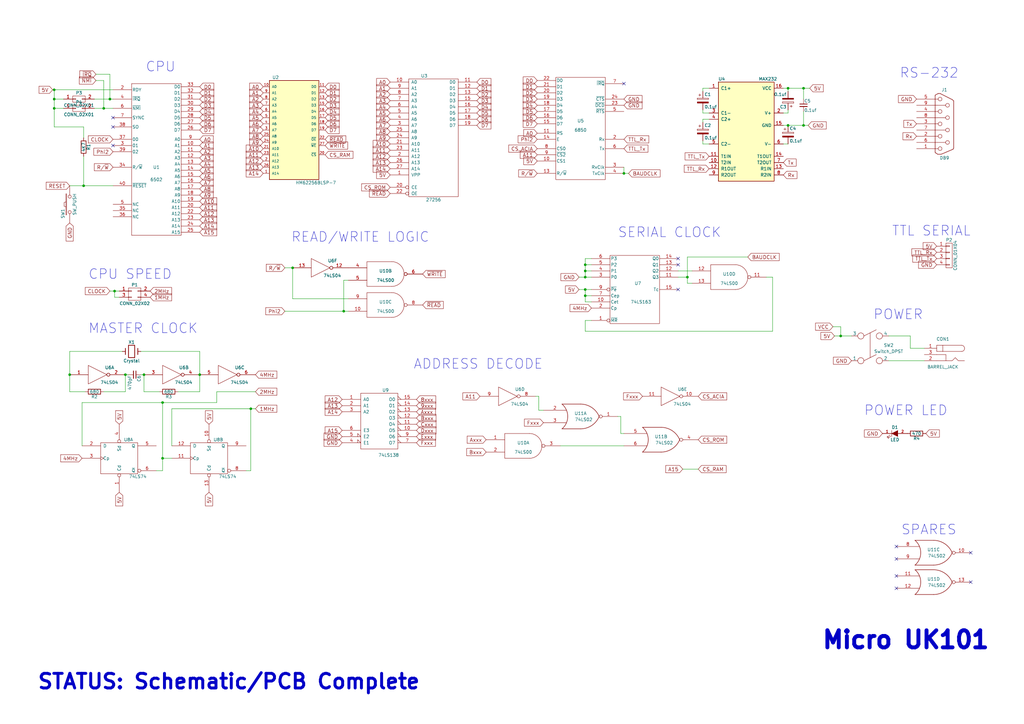
<source format=kicad_sch>
(kicad_sch (version 20211123) (generator eeschema)
  (paper "A3")
  (title_block (title "Micro UK101 with mods") (date "2022-04-19") (rev "1.0") (company "Steve J. Gray") (comment 1 "Design by Grant Searle"))
  (junction (at 28.575 153.67))
  (junction (at 344.805 137.795))
  (junction (at 51.435 153.67))
  (junction (at 45.085 40.64))
  (junction (at 42.545 44.45))
  (junction (at 120.015 109.855))
  (junction (at 329.565 36.195))
  (junction (at 240.03 113.665))
  (junction (at 329.565 51.435))
  (junction (at 22.225 44.45))
  (junction (at 240.03 121.285))
  (junction (at 323.215 51.435))
  (junction (at 81.915 153.67))
  (junction (at 22.225 40.64))
  (junction (at 102.87 167.64))
  (junction (at 34.29 76.2))
  (junction (at 140.97 127.635))
  (junction (at 240.03 108.585))
  (junction (at 59.055 153.67))
  (junction (at 66.675 187.96))
  (junction (at 240.03 111.125))
  (junction (at 323.215 36.195))
  (junction (at 281.94 113.665))
  (junction (at 240.03 118.745))
  (junction (at 46.99 119.38))
  (junction (at 22.225 36.83))
  (junction (at 255.905 71.12))
  (junction (at 66.675 165.1))
  (no_connect (at 398.145 226.695))
  (no_connect (at 278.13 108.585))
  (no_connect (at 367.665 241.3))
  (no_connect (at 367.665 224.155))
  (no_connect (at 46.355 48.26))
  (no_connect (at 46.355 52.07))
  (no_connect (at 278.13 118.745))
  (no_connect (at 398.145 238.76))
  (no_connect (at 278.13 106.045))
  (no_connect (at 46.355 59.69))
  (no_connect (at 367.665 229.235))
  (no_connect (at 255.905 34.29))
  (no_connect (at 367.665 236.22))
  (wire (pts (xy 288.29 46.355) (xy 290.83 46.355)))
  (wire (pts (xy 278.13 113.665) (xy 281.94 113.665)))
  (wire (pts (xy 45.085 40.64) (xy 45.085 30.48)))
  (wire (pts (xy 240.03 106.045) (xy 242.57 106.045)))
  (wire (pts (xy 28.575 144.145) (xy 28.575 153.67)))
  (wire (pts (xy 88.9 165.1) (xy 88.9 160.655)))
  (wire (pts (xy 240.03 123.825) (xy 242.57 123.825)))
  (wire (pts (xy 33.655 165.1) (xy 33.655 182.88)))
  (wire (pts (xy 329.565 36.195) (xy 332.105 36.195)))
  (wire (pts (xy 33.655 165.1) (xy 66.675 165.1)))
  (wire (pts (xy 66.675 165.1) (xy 66.675 187.96)))
  (wire (pts (xy 38.735 44.45) (xy 42.545 44.45)))
  (wire (pts (xy 42.545 44.45) (xy 46.355 44.45)))
  (wire (pts (xy 290.83 59.055) (xy 288.29 59.055)))
  (wire (pts (xy 237.49 118.745) (xy 240.03 118.745)))
  (wire (pts (xy 240.03 108.585) (xy 242.57 108.585)))
  (wire (pts (xy 102.87 193.04) (xy 100.965 193.04)))
  (wire (pts (xy 220.98 162.56) (xy 220.98 168.275)))
  (wire (pts (xy 240.03 111.125) (xy 240.03 113.665)))
  (wire (pts (xy 81.915 144.145) (xy 57.785 144.145)))
  (wire (pts (xy 344.805 133.985) (xy 341.63 133.985)))
  (wire (pts (xy 116.84 109.855) (xy 120.015 109.855)))
  (wire (pts (xy 254.635 177.8) (xy 255.905 177.8)))
  (wire (pts (xy 237.49 113.665) (xy 240.03 113.665)))
  (wire (pts (xy 28.575 160.655) (xy 34.925 160.655)))
  (wire (pts (xy 46.99 119.38) (xy 48.895 119.38)))
  (wire (pts (xy 66.675 193.04) (xy 64.135 193.04)))
  (wire (pts (xy 81.915 153.67) (xy 81.915 160.655)))
  (wire (pts (xy 66.675 187.96) (xy 70.485 187.96)))
  (wire (pts (xy 34.29 52.07) (xy 34.29 56.515)))
  (wire (pts (xy 373.38 137.795) (xy 373.38 142.875)))
  (wire (pts (xy 314.325 113.665) (xy 316.865 113.665)))
  (wire (pts (xy 22.225 36.83) (xy 22.225 40.64)))
  (wire (pts (xy 342.265 137.795) (xy 344.805 137.795)))
  (wire (pts (xy 42.545 33.02) (xy 39.37 33.02)))
  (wire (pts (xy 344.805 137.795) (xy 349.25 137.795)))
  (wire (pts (xy 255.905 182.88) (xy 229.87 182.88)))
  (wire (pts (xy 257.81 71.12) (xy 255.905 71.12)))
  (wire (pts (xy 22.225 40.64) (xy 26.035 40.64)))
  (wire (pts (xy 81.915 144.145) (xy 81.915 153.67)))
  (wire (pts (xy 88.9 160.655) (xy 104.775 160.655)))
  (wire (pts (xy 240.03 118.745) (xy 242.57 118.745)))
  (wire (pts (xy 290.83 48.895) (xy 288.29 48.895)))
  (wire (pts (xy 253.365 170.815) (xy 254.635 170.815)))
  (wire (pts (xy 46.99 119.38) (xy 46.99 121.92)))
  (wire (pts (xy 120.015 109.855) (xy 120.015 122.555)))
  (wire (pts (xy 240.03 121.285) (xy 242.57 121.285)))
  (wire (pts (xy 51.435 153.67) (xy 52.705 153.67)))
  (wire (pts (xy 102.87 167.64) (xy 102.87 193.04)))
  (wire (pts (xy 219.71 162.56) (xy 220.98 162.56)))
  (wire (pts (xy 140.97 114.935) (xy 140.97 127.635)))
  (wire (pts (xy 278.13 111.125) (xy 283.845 111.125)))
  (wire (pts (xy 281.94 105.41) (xy 281.94 113.665)))
  (wire (pts (xy 240.03 121.285) (xy 240.03 123.825)))
  (wire (pts (xy 373.38 142.875) (xy 379.095 142.875)))
  (wire (pts (xy 22.225 40.64) (xy 22.225 44.45)))
  (wire (pts (xy 45.085 119.38) (xy 46.99 119.38)))
  (wire (pts (xy 66.675 165.1) (xy 88.9 165.1)))
  (wire (pts (xy 220.98 168.275) (xy 222.885 168.275)))
  (wire (pts (xy 240.03 118.745) (xy 240.03 121.285)))
  (wire (pts (xy 316.865 113.665) (xy 316.865 135.89)))
  (wire (pts (xy 281.94 116.205) (xy 283.845 116.205)))
  (wire (pts (xy 281.94 105.41) (xy 306.705 105.41)))
  (wire (pts (xy 116.84 127.635) (xy 140.97 127.635)))
  (wire (pts (xy 38.735 40.64) (xy 45.085 40.64)))
  (wire (pts (xy 142.875 114.935) (xy 140.97 114.935)))
  (wire (pts (xy 28.575 153.67) (xy 28.575 160.655)))
  (wire (pts (xy 280.035 192.405) (xy 286.385 192.405)))
  (wire (pts (xy 344.805 137.795) (xy 344.805 133.985)))
  (wire (pts (xy 59.055 160.655) (xy 65.405 160.655)))
  (wire (pts (xy 22.225 44.45) (xy 22.225 52.07)))
  (wire (pts (xy 66.675 187.96) (xy 66.675 193.04)))
  (wire (pts (xy 323.215 51.435) (xy 329.565 51.435)))
  (wire (pts (xy 46.99 121.92) (xy 48.895 121.92)))
  (wire (pts (xy 288.29 59.055) (xy 288.29 57.785)))
  (wire (pts (xy 120.015 122.555) (xy 142.875 122.555)))
  (wire (pts (xy 240.03 108.585) (xy 240.03 111.125)))
  (wire (pts (xy 323.215 36.195) (xy 329.565 36.195)))
  (wire (pts (xy 316.865 135.89) (xy 240.03 135.89)))
  (wire (pts (xy 34.29 76.2) (xy 46.355 76.2)))
  (wire (pts (xy 102.87 167.64) (xy 104.775 167.64)))
  (wire (pts (xy 140.97 127.635) (xy 142.875 127.635)))
  (wire (pts (xy 323.215 46.355) (xy 323.215 45.085)))
  (wire (pts (xy 22.225 44.45) (xy 26.035 44.45)))
  (wire (pts (xy 240.03 135.89) (xy 240.03 131.445)))
  (wire (pts (xy 323.215 36.195) (xy 323.215 37.465)))
  (wire (pts (xy 45.085 40.64) (xy 46.355 40.64)))
  (wire (pts (xy 34.29 64.135) (xy 34.29 76.2)))
  (wire (pts (xy 21.59 36.83) (xy 22.225 36.83)))
  (wire (pts (xy 364.49 147.955) (xy 379.095 147.955)))
  (wire (pts (xy 321.31 36.195) (xy 323.215 36.195)))
  (wire (pts (xy 329.565 51.435) (xy 331.47 51.435)))
  (wire (pts (xy 50.165 144.145) (xy 28.575 144.145)))
  (wire (pts (xy 288.29 48.895) (xy 288.29 50.165)))
  (wire (pts (xy 22.225 52.07) (xy 34.29 52.07)))
  (wire (pts (xy 42.545 44.45) (xy 42.545 33.02)))
  (wire (pts (xy 51.435 153.67) (xy 51.435 160.655)))
  (wire (pts (xy 28.575 76.2) (xy 34.29 76.2)))
  (wire (pts (xy 290.83 36.195) (xy 288.29 36.195)))
  (wire (pts (xy 45.085 30.48) (xy 39.37 30.48)))
  (wire (pts (xy 329.565 40.64) (xy 329.565 36.195)))
  (wire (pts (xy 240.03 113.665) (xy 242.57 113.665)))
  (wire (pts (xy 51.435 160.655) (xy 42.545 160.655)))
  (wire (pts (xy 22.225 36.83) (xy 46.355 36.83)))
  (wire (pts (xy 255.905 71.12) (xy 255.905 68.58)))
  (wire (pts (xy 329.565 45.72) (xy 329.565 51.435)))
  (wire (pts (xy 281.94 113.665) (xy 281.94 116.205)))
  (wire (pts (xy 364.49 137.795) (xy 373.38 137.795)))
  (wire (pts (xy 321.31 51.435) (xy 323.215 51.435)))
  (wire (pts (xy 254.635 170.815) (xy 254.635 177.8)))
  (wire (pts (xy 240.03 106.045) (xy 240.03 108.585)))
  (wire (pts (xy 59.055 153.67) (xy 57.785 153.67)))
  (wire (pts (xy 321.31 46.355) (xy 323.215 46.355)))
  (wire (pts (xy 59.055 153.67) (xy 59.055 160.655)))
  (wire (pts (xy 321.31 59.055) (xy 323.215 59.055)))
  (wire (pts (xy 288.29 36.195) (xy 288.29 37.465)))
  (wire (pts (xy 240.03 131.445) (xy 242.57 131.445)))
  (wire (pts (xy 70.485 167.64) (xy 102.87 167.64)))
  (wire (pts (xy 70.485 182.88) (xy 70.485 167.64)))
  (wire (pts (xy 288.29 45.085) (xy 288.29 46.355)))
  (wire (pts (xy 240.03 111.125) (xy 242.57 111.125)))
  (wire (pts (xy 81.915 160.655) (xy 73.025 160.655)))
  (text "Micro UK101" (at 406.4 266.7 180) (effects (font (size 7 7) (thickness 1.6002) bold) (justify right bottom)))
  (text "CPU" (at 59.69 29.845 0) (effects (font (size 3.9878 3.9878)) (justify left bottom)))
  (text "POWER" (at 358.14 131.445 0) (effects (font (size 3.9878 3.9878)) (justify left bottom)))
  (text "READ/WRITE LOGIC" (at 119.38 99.695 0) (effects (font (size 3.9878 3.9878)) (justify left bottom)))
  (text "MASTER CLOCK" (at 36.195 137.16 0) (effects (font (size 3.9878 3.9878)) (justify left bottom)))
  (text "STATUS: Schematic/PCB Complete" (at 172.72 283.21 180) (effects (font (size 5.9944 5.9944) (thickness 1.1989) bold) (justify right bottom)))
  (text "SPARES" (at 369.57 219.71 0) (effects (font (size 3.9878 3.9878)) (justify left bottom)))
  (text "POWER LED" (at 354.33 170.815 0) (effects (font (size 3.9878 3.9878)) (justify left bottom)))
  (text "TTL SERIAL" (at 365.76 97.155 0) (effects (font (size 3.9878 3.9878)) (justify left bottom)))
  (text "RS-232" (at 368.935 32.385 0) (effects (font (size 3.9878 3.9878)) (justify left bottom)))
  (text "ADDRESS DECODE" (at 169.545 151.765 0) (effects (font (size 3.9878 3.9878)) (justify left bottom)))
  (text "SERIAL CLOCK" (at 253.365 97.79 0) (effects (font (size 3.9878 3.9878)) (justify left bottom)))
  (text "CPU SPEED" (at 36.195 114.935 0) (effects (font (size 3.9878 3.9878)) (justify left bottom)))
  (global_label "5V" (shape input) (at 21.59 36.83 180) (effects (font (size 1.4986 1.4986))) (property "Intersheet References" "${INTERSHEET_REFS}" (effects hide)))
  (global_label "A4" (shape input) (at 81.915 67.31 0) (effects (font (size 1.4986 1.4986))) (property "Intersheet References" "${INTERSHEET_REFS}" (effects hide)))
  (global_label "D0" (shape input) (at 195.58 33.655 0) (effects (font (size 1.4986 1.4986))) (property "Intersheet References" "${INTERSHEET_REFS}" (effects hide)))
  (global_label "A13" (shape input) (at 140.335 166.37 180) (effects (font (size 1.4986 1.4986))) (property "Intersheet References" "${INTERSHEET_REFS}" (effects hide)))
  (global_label "GND" (shape input) (at 349.25 147.955 180) (effects (font (size 1.4986 1.4986))) (property "Intersheet References" "${INTERSHEET_REFS}" (effects hide)))
  (global_label "5V" (shape input) (at 237.49 118.745 180) (effects (font (size 1.4986 1.4986))) (property "Intersheet References" "${INTERSHEET_REFS}" (effects hide)))
  (global_label "D0" (shape input) (at 81.915 35.56 0) (effects (font (size 1.4986 1.4986))) (property "Intersheet References" "${INTERSHEET_REFS}" (effects hide)))
  (global_label "D6" (shape input) (at 220.345 48.26 180) (effects (font (size 1.4986 1.4986))) (property "Intersheet References" "${INTERSHEET_REFS}" (effects hide)))
  (global_label "A14" (shape input) (at 81.915 92.71 0) (effects (font (size 1.4986 1.4986))) (property "Intersheet References" "${INTERSHEET_REFS}" (effects hide)))
  (global_label "TTL_Tx" (shape input) (at 255.905 60.96 0) (effects (font (size 1.4986 1.4986))) (property "Intersheet References" "${INTERSHEET_REFS}" (effects hide)))
  (global_label "D5" (shape input) (at 81.915 48.26 0) (effects (font (size 1.4986 1.4986))) (property "Intersheet References" "${INTERSHEET_REFS}" (effects hide)))
  (global_label "A14" (shape input) (at 160.02 69.215 180) (effects (font (size 1.4986 1.4986))) (property "Intersheet References" "${INTERSHEET_REFS}" (effects hide)))
  (global_label "~{READ}" (shape input) (at 160.02 79.375 180) (effects (font (size 1.4986 1.4986))) (property "Intersheet References" "${INTERSHEET_REFS}" (effects hide)))
  (global_label "CLOCK" (shape input) (at 45.085 119.38 180) (effects (font (size 1.4986 1.4986))) (property "Intersheet References" "${INTERSHEET_REFS}" (effects hide)))
  (global_label "CS_ACIA" (shape input) (at 220.345 60.96 180) (effects (font (size 1.4986 1.4986))) (property "Intersheet References" "${INTERSHEET_REFS}" (effects hide)))
  (global_label "BAUDCLK" (shape input) (at 257.81 71.12 0) (effects (font (size 1.4986 1.4986))) (property "Intersheet References" "${INTERSHEET_REFS}" (effects hide)))
  (global_label "5V" (shape input) (at 48.895 173.99 90) (effects (font (size 1.4986 1.4986))) (property "Intersheet References" "${INTERSHEET_REFS}" (effects hide)))
  (global_label "Fxxx" (shape input) (at 170.815 181.61 0) (effects (font (size 1.4986 1.4986))) (property "Intersheet References" "${INTERSHEET_REFS}" (effects hide)))
  (global_label "A12" (shape input) (at 81.915 87.63 0) (effects (font (size 1.4986 1.4986))) (property "Intersheet References" "${INTERSHEET_REFS}" (effects hide)))
  (global_label "5V" (shape input) (at 379.73 177.8 0) (effects (font (size 1.4986 1.4986))) (property "Intersheet References" "${INTERSHEET_REFS}" (effects hide)))
  (global_label "A5" (shape input) (at 107.95 48.26 180) (effects (font (size 1.4986 1.4986))) (property "Intersheet References" "${INTERSHEET_REFS}" (effects hide)))
  (global_label "D5" (shape input) (at 195.58 46.355 0) (effects (font (size 1.4986 1.4986))) (property "Intersheet References" "${INTERSHEET_REFS}" (effects hide)))
  (global_label "1MHz" (shape input) (at 104.775 167.64 0) (effects (font (size 1.4986 1.4986))) (property "Intersheet References" "${INTERSHEET_REFS}" (effects hide)))
  (global_label "Phi2" (shape input) (at 116.84 127.635 180) (effects (font (size 1.4986 1.4986))) (property "Intersheet References" "${INTERSHEET_REFS}" (effects hide)))
  (global_label "9xxx" (shape input) (at 170.815 166.37 0) (effects (font (size 1.4986 1.4986))) (property "Intersheet References" "${INTERSHEET_REFS}" (effects hide)))
  (global_label "A2" (shape input) (at 81.915 62.23 0) (effects (font (size 1.4986 1.4986))) (property "Intersheet References" "${INTERSHEET_REFS}" (effects hide)))
  (global_label "A3" (shape input) (at 107.95 43.18 180) (effects (font (size 1.4986 1.4986))) (property "Intersheet References" "${INTERSHEET_REFS}" (effects hide)))
  (global_label "D6" (shape input) (at 133.35 50.8 0) (effects (font (size 1.4986 1.4986))) (property "Intersheet References" "${INTERSHEET_REFS}" (effects hide)))
  (global_label "8xxx" (shape input) (at 170.815 163.83 0) (effects (font (size 1.4986 1.4986))) (property "Intersheet References" "${INTERSHEET_REFS}" (effects hide)))
  (global_label "CS_ACIA" (shape input) (at 286.385 162.56 0) (effects (font (size 1.4986 1.4986))) (property "Intersheet References" "${INTERSHEET_REFS}" (effects hide)))
  (global_label "VCC" (shape input) (at 341.63 133.985 180) (effects (font (size 1.4986 1.4986))) (property "Intersheet References" "${INTERSHEET_REFS}" (effects hide)))
  (global_label "D3" (shape input) (at 81.915 43.18 0) (effects (font (size 1.4986 1.4986))) (property "Intersheet References" "${INTERSHEET_REFS}" (effects hide)))
  (global_label "TTL_Tx" (shape input) (at 290.83 64.135 180) (effects (font (size 1.4986 1.4986))) (property "Intersheet References" "${INTERSHEET_REFS}" (effects hide)))
  (global_label "D5" (shape input) (at 220.345 45.72 180) (effects (font (size 1.4986 1.4986))) (property "Intersheet References" "${INTERSHEET_REFS}" (effects hide)))
  (global_label "A6" (shape input) (at 107.95 50.8 180) (effects (font (size 1.4986 1.4986))) (property "Intersheet References" "${INTERSHEET_REFS}" (effects hide)))
  (global_label "GND" (shape input) (at 331.47 51.435 0) (effects (font (size 1.4986 1.4986))) (property "Intersheet References" "${INTERSHEET_REFS}" (effects hide)))
  (global_label "CS_ROM" (shape input) (at 160.02 76.835 180) (effects (font (size 1.4986 1.4986))) (property "Intersheet References" "${INTERSHEET_REFS}" (effects hide)))
  (global_label "D5" (shape input) (at 133.35 48.26 0) (effects (font (size 1.4986 1.4986))) (property "Intersheet References" "${INTERSHEET_REFS}" (effects hide)))
  (global_label "A5" (shape input) (at 160.02 46.355 180) (effects (font (size 1.4986 1.4986))) (property "Intersheet References" "${INTERSHEET_REFS}" (effects hide)))
  (global_label "D2" (shape input) (at 133.35 40.64 0) (effects (font (size 1.4986 1.4986))) (property "Intersheet References" "${INTERSHEET_REFS}" (effects hide)))
  (global_label "A11" (shape input) (at 107.95 63.5 180) (effects (font (size 1.4986 1.4986))) (property "Intersheet References" "${INTERSHEET_REFS}" (effects hide)))
  (global_label "D1" (shape input) (at 81.915 38.1 0) (effects (font (size 1.4986 1.4986))) (property "Intersheet References" "${INTERSHEET_REFS}" (effects hide)))
  (global_label "5V" (shape input) (at 332.105 36.195 0) (effects (font (size 1.4986 1.4986))) (property "Intersheet References" "${INTERSHEET_REFS}" (effects hide)))
  (global_label "CS_RAM" (shape input) (at 286.385 192.405 0) (effects (font (size 1.4986 1.4986))) (property "Intersheet References" "${INTERSHEET_REFS}" (effects hide)))
  (global_label "A5" (shape input) (at 81.915 69.85 0) (effects (font (size 1.4986 1.4986))) (property "Intersheet References" "${INTERSHEET_REFS}" (effects hide)))
  (global_label "A3" (shape input) (at 81.915 64.77 0) (effects (font (size 1.4986 1.4986))) (property "Intersheet References" "${INTERSHEET_REFS}" (effects hide)))
  (global_label "4MHz" (shape input) (at 33.655 187.96 180) (effects (font (size 1.4986 1.4986))) (property "Intersheet References" "${INTERSHEET_REFS}" (effects hide)))
  (global_label "GND" (shape input) (at 384.175 108.585 180) (effects (font (size 1.4986 1.4986))) (property "Intersheet References" "${INTERSHEET_REFS}" (effects hide)))
  (global_label "Phi2" (shape input) (at 220.345 57.15 180) (effects (font (size 1.4986 1.4986))) (property "Intersheet References" "${INTERSHEET_REFS}" (effects hide)))
  (global_label "Bxxx" (shape input) (at 199.39 185.42 180) (effects (font (size 1.4986 1.4986))) (property "Intersheet References" "${INTERSHEET_REFS}" (effects hide)))
  (global_label "~{WRITE}" (shape input) (at 173.355 112.395 0) (effects (font (size 1.4986 1.4986))) (property "Intersheet References" "${INTERSHEET_REFS}" (effects hide)))
  (global_label "D4" (shape input) (at 133.35 45.72 0) (effects (font (size 1.4986 1.4986))) (property "Intersheet References" "${INTERSHEET_REFS}" (effects hide)))
  (global_label "BAUDCLK" (shape input) (at 306.705 105.41 0) (effects (font (size 1.4986 1.4986))) (property "Intersheet References" "${INTERSHEET_REFS}" (effects hide)))
  (global_label "CS_RAM" (shape input) (at 133.35 63.5 0) (effects (font (size 1.4986 1.4986))) (property "Intersheet References" "${INTERSHEET_REFS}" (effects hide)))
  (global_label "A11" (shape input) (at 160.02 61.595 180) (effects (font (size 1.4986 1.4986))) (property "Intersheet References" "${INTERSHEET_REFS}" (effects hide)))
  (global_label "Exxx" (shape input) (at 170.815 179.07 0) (effects (font (size 1.4986 1.4986))) (property "Intersheet References" "${INTERSHEET_REFS}" (effects hide)))
  (global_label "A9" (shape input) (at 160.02 56.515 180) (effects (font (size 1.4986 1.4986))) (property "Intersheet References" "${INTERSHEET_REFS}" (effects hide)))
  (global_label "GND" (shape input) (at 255.905 40.64 0) (effects (font (size 1.4986 1.4986))) (property "Intersheet References" "${INTERSHEET_REFS}" (effects hide)))
  (global_label "A9" (shape input) (at 107.95 58.42 180) (effects (font (size 1.4986 1.4986))) (property "Intersheet References" "${INTERSHEET_REFS}" (effects hide)))
  (global_label "Axxx" (shape input) (at 199.39 180.34 180) (effects (font (size 1.4986 1.4986))) (property "Intersheet References" "${INTERSHEET_REFS}" (effects hide)))
  (global_label "D3" (shape input) (at 195.58 41.275 0) (effects (font (size 1.4986 1.4986))) (property "Intersheet References" "${INTERSHEET_REFS}" (effects hide)))
  (global_label "A14" (shape input) (at 140.335 168.91 180) (effects (font (size 1.4986 1.4986))) (property "Intersheet References" "${INTERSHEET_REFS}" (effects hide)))
  (global_label "Cxxx" (shape input) (at 170.815 173.99 0) (effects (font (size 1.4986 1.4986))) (property "Intersheet References" "${INTERSHEET_REFS}" (effects hide)))
  (global_label "D3" (shape input) (at 220.345 40.64 180) (effects (font (size 1.4986 1.4986))) (property "Intersheet References" "${INTERSHEET_REFS}" (effects hide)))
  (global_label "~{WRITE}" (shape input) (at 133.35 59.69 0) (effects (font (size 1.4986 1.4986))) (property "Intersheet References" "${INTERSHEET_REFS}" (effects hide)))
  (global_label "CS_ROM" (shape input) (at 286.385 180.34 0) (effects (font (size 1.4986 1.4986))) (property "Intersheet References" "${INTERSHEET_REFS}" (effects hide)))
  (global_label "D7" (shape input) (at 81.915 53.34 0) (effects (font (size 1.4986 1.4986))) (property "Intersheet References" "${INTERSHEET_REFS}" (effects hide)))
  (global_label "D4" (shape input) (at 81.915 45.72 0) (effects (font (size 1.4986 1.4986))) (property "Intersheet References" "${INTERSHEET_REFS}" (effects hide)))
  (global_label "A14" (shape input) (at 107.95 71.12 180) (effects (font (size 1.4986 1.4986))) (property "Intersheet References" "${INTERSHEET_REFS}" (effects hide)))
  (global_label "5V" (shape input) (at 384.175 100.965 180) (effects (font (size 1.4986 1.4986))) (property "Intersheet References" "${INTERSHEET_REFS}" (effects hide)))
  (global_label "GND" (shape input) (at 361.95 177.8 180) (effects (font (size 1.4986 1.4986))) (property "Intersheet References" "${INTERSHEET_REFS}" (effects hide)))
  (global_label "A2" (shape input) (at 107.95 40.64 180) (effects (font (size 1.4986 1.4986))) (property "Intersheet References" "${INTERSHEET_REFS}" (effects hide)))
  (global_label "~{READ}" (shape input) (at 133.35 57.15 0) (effects (font (size 1.4986 1.4986))) (property "Intersheet References" "${INTERSHEET_REFS}" (effects hide)))
  (global_label "5V" (shape input) (at 48.895 201.93 270) (effects (font (size 1.4986 1.4986))) (property "Intersheet References" "${INTERSHEET_REFS}" (effects hide)))
  (global_label "A15" (shape input) (at 280.035 192.405 180) (effects (font (size 1.4986 1.4986))) (property "Intersheet References" "${INTERSHEET_REFS}" (effects hide)))
  (global_label "5V" (shape input) (at 85.725 201.93 270) (effects (font (size 1.4986 1.4986))) (property "Intersheet References" "${INTERSHEET_REFS}" (effects hide)))
  (global_label "D6" (shape input) (at 195.58 48.895 0) (effects (font (size 1.4986 1.4986))) (property "Intersheet References" "${INTERSHEET_REFS}" (effects hide)))
  (global_label "~{IRQ}" (shape input) (at 39.37 30.48 180) (effects (font (size 1.4986 1.4986))) (property "Intersheet References" "${INTERSHEET_REFS}" (effects hide)))
  (global_label "1MHz" (shape input) (at 61.595 121.92 0) (effects (font (size 1.4986 1.4986))) (property "Intersheet References" "${INTERSHEET_REFS}" (effects hide)))
  (global_label "A12" (shape input) (at 140.335 163.83 180) (effects (font (size 1.4986 1.4986))) (property "Intersheet References" "${INTERSHEET_REFS}" (effects hide)))
  (global_label "A12" (shape input) (at 107.95 66.04 180) (effects (font (size 1.4986 1.4986))) (property "Intersheet References" "${INTERSHEET_REFS}" (effects hide)))
  (global_label "GND" (shape input) (at 140.335 181.61 180) (effects (font (size 1.4986 1.4986))) (property "Intersheet References" "${INTERSHEET_REFS}" (effects hide)))
  (global_label "A0" (shape input) (at 220.345 54.61 180) (effects (font (size 1.4986 1.4986))) (property "Intersheet References" "${INTERSHEET_REFS}" (effects hide)))
  (global_label "D4" (shape input) (at 195.58 43.815 0) (effects (font (size 1.4986 1.4986))) (property "Intersheet References" "${INTERSHEET_REFS}" (effects hide)))
  (global_label "TTL_Tx" (shape input) (at 384.175 106.045 180) (effects (font (size 1.4986 1.4986))) (property "Intersheet References" "${INTERSHEET_REFS}" (effects hide)))
  (global_label "A1" (shape input) (at 81.915 59.69 0) (effects (font (size 1.4986 1.4986))) (property "Intersheet References" "${INTERSHEET_REFS}" (effects hide)))
  (global_label "A13" (shape input) (at 81.915 90.17 0) (effects (font (size 1.4986 1.4986))) (property "Intersheet References" "${INTERSHEET_REFS}" (effects hide)))
  (global_label "GND" (shape input) (at 28.575 91.44 270) (effects (font (size 1.4986 1.4986))) (property "Intersheet References" "${INTERSHEET_REFS}" (effects hide)))
  (global_label "A10" (shape input) (at 107.95 60.96 180) (effects (font (size 1.4986 1.4986))) (property "Intersheet References" "${INTERSHEET_REFS}" (effects hide)))
  (global_label "D1" (shape input) (at 220.345 35.56 180) (effects (font (size 1.4986 1.4986))) (property "Intersheet References" "${INTERSHEET_REFS}" (effects hide)))
  (global_label "A13" (shape input) (at 107.95 68.58 180) (effects (font (size 1.4986 1.4986))) (property "Intersheet References" "${INTERSHEET_REFS}" (effects hide)))
  (global_label "5V" (shape input) (at 342.265 137.795 180) (effects (font (size 1.4986 1.4986))) (property "Intersheet References" "${INTERSHEET_REFS}" (effects hide)))
  (global_label "~{NMI}" (shape input) (at 39.37 33.02 180) (effects (font (size 1.4986 1.4986))) (property "Intersheet References" "${INTERSHEET_REFS}" (effects hide)))
  (global_label "4MHz" (shape input) (at 242.57 126.365 180) (effects (font (size 1.4986 1.4986))) (property "Intersheet References" "${INTERSHEET_REFS}" (effects hide)))
  (global_label "A7" (shape input) (at 107.95 53.34 180) (effects (font (size 1.4986 1.4986))) (property "Intersheet References" "${INTERSHEET_REFS}" (effects hide)))
  (global_label "A11" (shape input) (at 220.345 63.5 180) (effects (font (size 1.4986 1.4986))) (property "Intersheet References" "${INTERSHEET_REFS}" (effects hide)))
  (global_label "Tx" (shape input) (at 375.92 50.8 180) (effects (font (size 1.4986 1.4986))) (property "Intersheet References" "${INTERSHEET_REFS}" (effects hide)))
  (global_label "A4" (shape input) (at 107.95 45.72 180) (effects (font (size 1.4986 1.4986))) (property "Intersheet References" "${INTERSHEET_REFS}" (effects hide)))
  (global_label "D6" (shape input) (at 81.915 50.8 0) (effects (font (size 1.4986 1.4986))) (property "Intersheet References" "${INTERSHEET_REFS}" (effects hide)))
  (global_label "R/~{W}" (shape input) (at 46.355 68.58 180) (effects (font (size 1.4986 1.4986))) (property "Intersheet References" "${INTERSHEET_REFS}" (effects hide)))
  (global_label "D2" (shape input) (at 220.345 38.1 180) (effects (font (size 1.4986 1.4986))) (property "Intersheet References" "${INTERSHEET_REFS}" (effects hide)))
  (global_label "A10" (shape input) (at 81.915 82.55 0) (effects (font (size 1.4986 1.4986))) (property "Intersheet References" "${INTERSHEET_REFS}" (effects hide)))
  (global_label "A8" (shape input) (at 107.95 55.88 180) (effects (font (size 1.4986 1.4986))) (property "Intersheet References" "${INTERSHEET_REFS}" (effects hide)))
  (global_label "R/~{W}" (shape input) (at 220.345 71.12 180) (effects (font (size 1.4986 1.4986))) (property "Intersheet References" "${INTERSHEET_REFS}" (effects hide)))
  (global_label "Axxx" (shape input) (at 170.815 168.91 0) (effects (font (size 1.4986 1.4986))) (property "Intersheet References" "${INTERSHEET_REFS}" (effects hide)))
  (global_label "2MHz" (shape input) (at 104.775 160.655 0) (effects (font (size 1.4986 1.4986))) (property "Intersheet References" "${INTERSHEET_REFS}" (effects hide)))
  (global_label "Fxxx" (shape input) (at 222.885 173.355 180) (effects (font (size 1.4986 1.4986))) (property "Intersheet References" "${INTERSHEET_REFS}" (effects hide)))
  (global_label "A1" (shape input) (at 160.02 36.195 180) (effects (font (size 1.4986 1.4986))) (property "Intersheet References" "${INTERSHEET_REFS}" (effects hide)))
  (global_label "RESET" (shape input) (at 28.575 76.2 180) (effects (font (size 1.4986 1.4986))) (property "Intersheet References" "${INTERSHEET_REFS}" (effects hide)))
  (global_label "D7" (shape input) (at 220.345 50.8 180) (effects (font (size 1.4986 1.4986))) (property "Intersheet References" "${INTERSHEET_REFS}" (effects hide)))
  (global_label "A9" (shape input) (at 81.915 80.01 0) (effects (font (size 1.4986 1.4986))) (property "Intersheet References" "${INTERSHEET_REFS}" (effects hide)))
  (global_label "GND" (shape input) (at 255.905 43.18 0) (effects (font (size 1.4986 1.4986))) (property "Intersheet References" "${INTERSHEET_REFS}" (effects hide)))
  (global_label "Rx" (shape input) (at 321.31 71.755 0) (effects (font (size 1.4986 1.4986))) (property "Intersheet References" "${INTERSHEET_REFS}" (effects hide)))
  (global_label "D7" (shape input) (at 195.58 51.435 0) (effects (font (size 1.4986 1.4986))) (property "Intersheet References" "${INTERSHEET_REFS}" (effects hide)))
  (global_label "TTL_Rx" (shape input) (at 290.83 69.215 180) (effects (font (size 1.4986 1.4986))) (property "Intersheet References" "${INTERSHEET_REFS}" (effects hide)))
  (global_label "A15" (shape input) (at 81.915 95.25 0) (effects (font (size 1.4986 1.4986))) (property "Intersheet References" "${INTERSHEET_REFS}" (effects hide)))
  (global_label "TTL_Rx" (shape input) (at 384.175 103.505 180) (effects (font (size 1.4986 1.4986))) (property "Intersheet References" "${INTERSHEET_REFS}" (effects hide)))
  (global_label "D0" (shape input) (at 133.35 35.56 0) (effects (font (size 1.4986 1.4986))) (property "Intersheet References" "${INTERSHEET_REFS}" (effects hide)))
  (global_label "A11" (shape input) (at 196.85 162.56 180) (effects (font (size 1.4986 1.4986))) (property "Intersheet References" "${INTERSHEET_REFS}" (effects hide)))
  (global_label "GND" (shape input) (at 237.49 113.665 180) (effects (font (size 1.4986 1.4986))) (property "Intersheet References" "${INTERSHEET_REFS}" (effects hide)))
  (global_label "A2" (shape input) (at 160.02 38.735 180) (effects (font (size 1.4986 1.4986))) (property "Intersheet References" "${INTERSHEET_REFS}" (effects hide)))
  (global_label "A10" (shape input) (at 160.02 59.055 180) (effects (font (size 1.4986 1.4986))) (property "Intersheet References" "${INTERSHEET_REFS}" (effects hide)))
  (global_label "D2" (shape input) (at 81.915 40.64 0) (effects (font (size 1.4986 1.4986))) (property "Intersheet References" "${INTERSHEET_REFS}" (effects hide)))
  (global_label "~{READ}" (shape input) (at 173.355 125.095 0) (effects (font (size 1.4986 1.4986))) (property "Intersheet References" "${INTERSHEET_REFS}" (effects hide)))
  (global_label "A13" (shape input) (at 160.02 66.675 180) (effects (font (size 1.4986 1.4986))) (property "Intersheet References" "${INTERSHEET_REFS}" (effects hide)))
  (global_label "A6" (shape input) (at 160.02 48.895 180) (effects (font (size 1.4986 1.4986))) (property "Intersheet References" "${INTERSHEET_REFS}" (effects hide)))
  (global_label "Dxxx" (shape input) (at 170.815 176.53 0) (effects (font (size 1.4986 1.4986))) (property "Intersheet References" "${INTERSHEET_REFS}" (effects hide)))
  (global_label "A0" (shape input) (at 160.02 33.655 180) (effects (font (size 1.4986 1.4986))) (property "Intersheet References" "${INTERSHEET_REFS}" (effects hide)))
  (global_label "TTL_Rx" (shape input) (at 255.905 57.15 0) (effects (font (size 1.4986 1.4986))) (property "Intersheet References" "${INTERSHEET_REFS}" (effects hide)))
  (global_label "D0" (shape input) (at 220.345 33.02 180) (effects (font (size 1.4986 1.4986))) (property "Intersheet References" "${INTERSHEET_REFS}" (effects hide)))
  (global_label "CLOCK" (shape input) (at 46.355 57.15 180) (effects (font (size 1.4986 1.4986))) (property "Intersheet References" "${INTERSHEET_REFS}" (effects hide)))
  (global_label "A15" (shape input) (at 140.335 176.53 180) (effects (font (size 1.4986 1.4986))) (property "Intersheet References" "${INTERSHEET_REFS}" (effects hide)))
  (global_label "A0" (shape input) (at 107.95 35.56 180) (effects (font (size 1.4986 1.4986))) (property "Intersheet References" "${INTERSHEET_REFS}" (effects hide)))
  (global_label "A0" (shape input) (at 81.915 57.15 0) (effects (font (size 1.4986 1.4986))) (property "Intersheet References" "${INTERSHEET_REFS}" (effects hide)))
  (global_label "D4" (shape input) (at 220.345 43.18 180) (effects (font (size 1.4986 1.4986))) (property "Intersheet References" "${INTERSHEET_REFS}" (effects hide)))
  (global_label "A8" (shape input) (at 81.915 77.47 0) (effects (font (size 1.4986 1.4986))) (property "Intersheet References" "${INTERSHEET_REFS}" (effects hide)))
  (global_label "GND" (shape input) (at 375.92 40.64 180) (effects (font (size 1.4986 1.4986))) (property "Intersheet References" "${INTERSHEET_REFS}" (effects hide)))
  (global_label "5V" (shape input) (at 160.02 71.755 180) (effects (font (size 1.4986 1.4986))) (property "Intersheet References" "${INTERSHEET_REFS}" (effects hide)))
  (global_label "Tx" (shape input) (at 321.31 66.675 0) (effects (font (size 1.4986 1.4986))) (property "Intersheet References" "${INTERSHEET_REFS}" (effects hide)))
  (global_label "A1" (shape input) (at 107.95 38.1 180) (effects (font (size 1.4986 1.4986))) (property "Intersheet References" "${INTERSHEET_REFS}" (effects hide)))
  (global_label "D1" (shape input) (at 133.35 38.1 0) (effects (font (size 1.4986 1.4986))) (property "Intersheet References" "${INTERSHEET_REFS}" (effects hide)))
  (global_label "A7" (shape input) (at 81.915 74.93 0) (effects (font (size 1.4986 1.4986))) (property "Intersheet References" "${INTERSHEET_REFS}" (effects hide)))
  (global_label "A8" (shape input) (at 160.02 53.975 180) (effects (font (size 1.4986 1.4986))) (property "Intersheet References" "${INTERSHEET_REFS}" (effects hide)))
  (global_label "5V" (shape input) (at 85.725 173.99 90) (effects (font (size 1.4986 1.4986))) (property "Intersheet References" "${INTERSHEET_REFS}" (effects hide)))
  (global_label "Rx" (shape input) (at 375.92 55.88 180) (effects (font (size 1.4986 1.4986))) (property "Intersheet References" "${INTERSHEET_REFS}" (effects hide)))
  (global_label "Fxxx" (shape input) (at 263.525 162.56 180) (effects (font (size 1.4986 1.4986))) (property "Intersheet References" "${INTERSHEET_REFS}" (effects hide)))
  (global_label "Phi2" (shape input) (at 46.355 62.23 180) (effects (font (size 1.4986 1.4986))) (property "Intersheet References" "${INTERSHEET_REFS}" (effects hide)))
  (global_label "A4" (shape input) (at 160.02 43.815 180) (effects (font (size 1.4986 1.4986))) (property "Intersheet References" "${INTERSHEET_REFS}" (effects hide)))
  (global_label "2MHz" (shape input) (at 61.595 119.38 0) (effects (font (size 1.4986 1.4986))) (property "Intersheet References" "${INTERSHEET_REFS}" (effects hide)))
  (global_label "A12" (shape input) (at 160.02 64.135 180) (effects (font (size 1.4986 1.4986))) (property "Intersheet References" "${INTERSHEET_REFS}" (effects hide)))
  (global_label "D2" (shape input) (at 195.58 38.735 0) (effects (font (size 1.4986 1.4986))) (property "Intersheet References" "${INTERSHEET_REFS}" (effects hide)))
  (global_label "5V" (shape input) (at 220.345 66.04 180) (effects (font (size 1.4986 1.4986))) (property "Intersheet References" "${INTERSHEET_REFS}" (effects hide)))
  (global_label "D7" (shape input) (at 133.35 53.34 0) (effects (font (size 1.4986 1.4986))) (property "Intersheet References" "${INTERSHEET_REFS}" (effects hide)))
  (global_label "D1" (shape input) (at 195.58 36.195 0) (effects (font (size 1.4986 1.4986))) (property "Intersheet References" "${INTERSHEET_REFS}" (effects hide)))
  (global_label "4MHz" (shape input) (at 104.775 153.67 0) (effects (font (size 1.4986 1.4986))) (property "Intersheet References" "${INTERSHEET_REFS}" (effects hide)))
  (global_label "R/~{W}" (shape input) (at 116.84 109.855 180) (effects (font (size 1.4986 1.4986))) (property "Intersheet References" "${INTERSHEET_REFS}" (effects hide)))
  (global_label "GND" (shape input) (at 140.335 179.07 180) (effects (font (size 1.4986 1.4986))) (property "Intersheet References" "${INTERSHEET_REFS}" (effects hide)))
  (global_label "D3" (shape input) (at 133.35 43.18 0) (effects (font (size 1.4986 1.4986))) (property "Intersheet References" "${INTERSHEET_REFS}" (effects hide)))
  (global_label "A3" (shape input) (at 160.02 41.275 180) (effects (font (size 1.4986 1.4986))) (property "Intersheet References" "${INTERSHEET_REFS}" (effects hide)))
  (global_label "A6" (shape input) (at 81.915 72.39 0) (effects (font (size 1.4986 1.4986))) (property "Intersheet References" "${INTERSHEET_REFS}" (effects hide)))
  (global_label "Bxxx" (shape input) (at 170.815 171.45 0) (effects (font (size 1.4986 1.4986))) (property "Intersheet References" "${INTERSHEET_REFS}" (effects hide)))
  (global_label "A7" (shape input) (at 160.02 51.435 180) (effects (font (size 1.4986 1.4986))) (property "Intersheet References" "${INTERSHEET_REFS}" (effects hide)))
  (global_label "A11" (shape input) (at 81.915 85.09 0) (effects (font (size 1.4986 1.4986))) (property "Intersheet References" "${INTERSHEET_REFS}" (effects hide)))
  (symbol (lib_id "MicroUK101-rescue:DB9") (at 387.35 50.8 0) (unit 1)
    (property "Reference" "J1" (at 387.35 36.83 0))
    (property "Value" "DB9" (at 387.35 64.77 0))
    (property "Footprint" "Connect:DB9MC" (effects hide))
  )
  (symbol (lib_id "MicroUK101-rescue:6502") (at 64.135 53.34 0) (unit 1)
    (property "Reference" "U1" (at 64.135 68.58 0))
    (property "Value" "6502" (at 64.135 73.66 0))
    (property "Footprint" "Housings_DIP:DIP-40_W15.24mm_LongPads" (effects hide))
  )
  (symbol (lib_id "MicroUK101-rescue:R") (at 34.29 60.325 0) (unit 1)
    (property "Reference" "R1" (at 36.322 60.325 90))
    (property "Value" "4K7" (at 34.29 60.325 90))
    (property "Footprint" "Resistors_ThroughHole:Resistor_Horizontal_RM10mm" (effects hide))
  )
  (symbol (lib_id "MicroUK101-rescue:SW_PUSH") (at 28.575 83.82 90) (mirror x) (unit 1)
    (property "Reference" "SW1" (at 25.781 87.63 0))
    (property "Value" "SW_PUSH" (at 30.607 83.82 0))
    (property "Footprint" "Buttons_Switches_ThroughHole:SW_PUSH_SMALL" (effects hide))
  )
  (symbol (lib_id "MicroUK101-rescue:HM62256BLSP-7") (at 120.65 54.61 0) (unit 1)
    (property "Reference" "U2" (at 113.03 31.75 0))
    (property "Value" "HM62256BLSP-7" (at 129.54 74.93 0))
    (property "Footprint" "Housings_DIP:DIP-28_W15.24mm_LongPads" (effects hide))
  )
  (symbol (lib_id "MicroUK101-rescue:27256") (at 177.8 56.515 0) (unit 1)
    (property "Reference" "U3" (at 173.99 31.115 0))
    (property "Value" "27256" (at 177.8 81.915 0))
    (property "Footprint" "Housings_DIP:DIP-28_W15.24mm_LongPads" (effects hide))
  )
  (symbol (lib_id "MicroUK101-rescue:MAX232") (at 306.07 53.975 0) (unit 1)
    (property "Reference" "U4" (at 294.64 32.385 0) (effects (justify left)))
    (property "Value" "MAX232" (at 311.15 32.385 0) (effects (justify left)))
    (property "Footprint" "Housings_DIP:DIP-16_W7.62mm_LongPads" (effects hide))
  )
  (symbol (lib_id "MicroUK101-rescue:74LS04") (at 40.005 153.67 0) (unit 1)
    (property "Reference" "U6" (at 44.958 150.749 0))
    (property "Value" "74LS04" (at 44.831 156.845 0))
    (property "Footprint" "Housings_DIP:DIP-14_W7.62mm_LongPads" (effects hide))
  )
  (symbol (lib_id "MicroUK101-rescue:74LS04") (at 70.485 153.67 0) (unit 2)
    (property "Reference" "U6" (at 75.438 150.749 0))
    (property "Value" "74LS04" (at 75.311 156.845 0))
    (property "Footprint" "Housings_DIP:DIP-14_W7.62mm_LongPads" (effects hide))
  )
  (symbol (lib_id "MicroUK101-rescue:74LS04") (at 93.345 153.67 0) (unit 3)
    (property "Reference" "U6" (at 98.298 150.749 0))
    (property "Value" "74LS04" (at 98.171 156.845 0))
    (property "Footprint" "Housings_DIP:DIP-14_W7.62mm_LongPads" (effects hide))
  )
  (symbol (lib_id "MicroUK101-rescue:74LS04") (at 208.28 162.56 0) (unit 4)
    (property "Reference" "U6" (at 213.233 159.639 0))
    (property "Value" "74LS04" (at 213.106 165.735 0))
    (property "Footprint" "Housings_DIP:DIP-14_W7.62mm_LongPads" (effects hide))
  )
  (symbol (lib_id "MicroUK101-rescue:74LS04") (at 274.955 162.56 0) (unit 5)
    (property "Reference" "U6" (at 279.908 159.639 0))
    (property "Value" "74LS04" (at 279.781 165.735 0))
    (property "Footprint" "Housings_DIP:DIP-14_W7.62mm_LongPads" (effects hide))
  )
  (symbol (lib_id "MicroUK101-rescue:74LS04") (at 131.445 109.855 0) (unit 6)
    (property "Reference" "U6" (at 136.398 106.934 0))
    (property "Value" "74LS04" (at 136.271 113.03 0))
    (property "Footprint" "Housings_DIP:DIP-14_W7.62mm_LongPads" (effects hide))
  )
  (symbol (lib_id "MicroUK101-rescue:74LS163") (at 260.35 118.745 0) (unit 1)
    (property "Reference" "U7" (at 261.62 116.205 0))
    (property "Value" "74LS163" (at 262.89 123.825 0))
    (property "Footprint" "Housings_DIP:DIP-16_W7.62mm_LongPads" (effects hide))
  )
  (symbol (lib_id "MicroUK101-rescue:74LS74") (at 48.895 187.96 0) (unit 1)
    (property "Reference" "U8" (at 52.705 180.34 0))
    (property "Value" "74LS74" (at 56.515 195.453 0))
    (property "Footprint" "Housings_DIP:DIP-14_W7.62mm_LongPads" (effects hide))
  )
  (symbol (lib_id "MicroUK101-rescue:74LS74") (at 85.725 187.96 0) (unit 2)
    (property "Reference" "U8" (at 89.535 180.34 0))
    (property "Value" "74LS74" (at 93.345 195.453 0))
    (property "Footprint" "Housings_DIP:DIP-14_W7.62mm_LongPads" (effects hide))
  )
  (symbol (lib_id "MicroUK101-rescue:74LS138") (at 155.575 172.72 0) (unit 1)
    (property "Reference" "U9" (at 158.115 160.02 0))
    (property "Value" "74LS138" (at 159.385 186.6646 0))
    (property "Footprint" "Housings_DIP:DIP-16_W7.62mm_LongPads" (effects hide))
  )
  (symbol (lib_id "MicroUK101-rescue:74LS00") (at 214.63 182.88 0) (unit 1)
    (property "Reference" "U10" (at 214.63 181.61 0))
    (property "Value" "74LS00" (at 214.63 185.42 0))
    (property "Footprint" "Housings_DIP:DIP-14_W7.62mm_LongPads" (effects hide))
  )
  (symbol (lib_id "MicroUK101-rescue:74LS00") (at 158.115 112.395 0) (unit 2)
    (property "Reference" "U10" (at 158.115 111.125 0))
    (property "Value" "74LS00" (at 158.115 114.935 0))
    (property "Footprint" "Housings_DIP:DIP-14_W7.62mm_LongPads" (effects hide))
  )
  (symbol (lib_id "MicroUK101-rescue:74LS00") (at 158.115 125.095 0) (unit 3)
    (property "Reference" "U10" (at 158.115 123.825 0))
    (property "Value" "74LS00" (at 158.115 127.635 0))
    (property "Footprint" "Housings_DIP:DIP-14_W7.62mm_LongPads" (effects hide))
  )
  (symbol (lib_id "MicroUK101-rescue:74LS00") (at 299.085 113.665 0) (unit 4)
    (property "Reference" "U10" (at 299.085 112.395 0))
    (property "Value" "74LS00" (at 299.085 116.205 0))
    (property "Footprint" "Housings_DIP:DIP-14_W7.62mm_LongPads" (effects hide))
  )
  (symbol (lib_id "MicroUK101-rescue:74LS02") (at 238.125 170.815 0) (unit 1)
    (property "Reference" "U11" (at 238.125 169.545 0))
    (property "Value" "74LS02" (at 239.395 172.085 0))
    (property "Footprint" "Housings_DIP:DIP-14_W7.62mm_LongPads" (effects hide))
  )
  (symbol (lib_id "MicroUK101-rescue:74LS02") (at 271.145 180.34 0) (unit 2)
    (property "Reference" "U11" (at 271.145 179.07 0))
    (property "Value" "74LS02" (at 272.415 181.61 0))
    (property "Footprint" "Housings_DIP:DIP-14_W7.62mm_LongPads" (effects hide))
  )
  (symbol (lib_id "MicroUK101-rescue:74LS02") (at 382.905 226.695 0) (unit 3)
    (property "Reference" "U11" (at 382.905 225.425 0))
    (property "Value" "74LS02" (at 384.175 227.965 0))
    (property "Footprint" "Housings_DIP:DIP-14_W7.62mm_LongPads" (effects hide))
  )
  (symbol (lib_id "MicroUK101-rescue:74LS02") (at 382.905 238.76 0) (unit 4)
    (property "Reference" "U11" (at 382.905 237.49 0))
    (property "Value" "74LS02" (at 384.175 240.03 0))
    (property "Footprint" "Housings_DIP:DIP-14_W7.62mm_LongPads" (effects hide))
  )
  (symbol (lib_id "MicroUK101-rescue:R") (at 38.735 160.655 270) (unit 1)
    (property "Reference" "R2" (at 38.735 162.687 90))
    (property "Value" "680" (at 38.735 160.655 90))
    (property "Footprint" "Resistors_ThroughHole:Resistor_Horizontal_RM10mm" (effects hide))
  )
  (symbol (lib_id "MicroUK101-rescue:R") (at 69.215 160.655 270) (unit 1)
    (property "Reference" "R3" (at 69.215 162.687 90))
    (property "Value" "680" (at 69.215 160.655 90))
    (property "Footprint" "Resistors_ThroughHole:Resistor_Horizontal_RM10mm" (effects hide))
  )
  (symbol (lib_id "MicroUK101-rescue:Crystal") (at 53.975 144.145 0) (unit 1)
    (property "Reference" "X1" (at 53.975 140.335 0))
    (property "Value" "Crystal" (at 53.975 147.955 0))
    (property "Footprint" "Crystals:HC-18UV" (effects hide))
  )
  (symbol (lib_id "MicroUK101-rescue:BARREL_JACK") (at 386.715 145.415 0) (mirror y) (unit 1)
    (property "Reference" "CON1" (at 386.715 139.065 0))
    (property "Value" "BARREL_JACK" (at 386.715 150.495 0))
    (property "Footprint" "Connect:BARREL_JACK" (effects hide))
  )
  (symbol (lib_id "MicroUK101-rescue:C_Small") (at 329.565 43.18 0) (unit 1)
    (property "Reference" "C5" (at 329.819 41.402 0) (effects (justify left)))
    (property "Value" "0.1uf" (at 329.819 45.212 0) (effects (justify left)))
    (property "Footprint" "Capacitors_ThroughHole:C_Rect_L4_W2.5_P2.5" (effects hide))
  )
  (symbol (lib_id "MicroUK101-rescue:C_Small") (at 55.245 153.67 270) (unit 1)
    (property "Reference" "C6" (at 57.023 153.924 0) (effects (justify left)))
    (property "Value" "470pF" (at 53.213 153.924 0) (effects (justify left)))
    (property "Footprint" "Capacitors_ThroughHole:C_Rect_L4_W2.5_P2.5" (effects hide))
  )
  (symbol (lib_id "MicroUK101-rescue:CONN_02X02") (at 55.245 120.65 0) (unit 1)
    (property "Reference" "P1" (at 55.245 116.84 0))
    (property "Value" "CONN_02X02" (at 55.245 124.46 0))
    (property "Footprint" "Pin_Headers:Pin_Header_Straight_2x02" (effects hide))
  )
  (symbol (lib_id "MicroUK101-rescue:Switch_DPST") (at 356.87 142.875 0) (unit 1)
    (property "Reference" "SW2" (at 364.49 141.605 0))
    (property "Value" "Switch_DPST" (at 364.49 144.145 0))
    (property "Footprint" "Buttons_Switches_ThroughHole:SW_TH_Tactile_Omron_B3F-10xx" (effects hide))
  )
  (symbol (lib_id "MicroUK101-rescue:6850") (at 238.125 50.8 0) (unit 1)
    (property "Reference" "U5" (at 238.125 49.53 0))
    (property "Value" "6850" (at 238.125 53.34 0))
    (property "Footprint" "Housings_DIP:DIP-24_W15.24mm_LongPads" (effects hide))
  )
  (symbol (lib_id "MicroUK101-rescue:LED") (at 367.03 177.8 0) (unit 1)
    (property "Reference" "D1" (at 367.03 175.26 0))
    (property "Value" "LED" (at 367.03 180.34 0))
    (property "Footprint" "LEDs:LED-3MM" (effects hide))
  )
  (symbol (lib_id "MicroUK101-rescue:R") (at 375.92 177.8 270) (unit 1)
    (property "Reference" "R4" (at 375.92 179.832 90))
    (property "Value" "470" (at 375.92 177.8 90))
    (property "Footprint" "Resistors_ThroughHole:Resistor_Horizontal_RM10mm" (effects hide))
  )
  (symbol (lib_id "MicroUK101-rescue:CP") (at 288.29 41.275 0) (unit 1)
    (property "Reference" "C1" (at 288.925 38.735 0) (effects (justify left)))
    (property "Value" "0.1uf" (at 288.925 43.815 0) (effects (justify left)))
    (property "Footprint" "Capacitors_ThroughHole:C_Radial_D5_L6_P2.5" (effects hide))
  )
  (symbol (lib_id "MicroUK101-rescue:CP") (at 288.29 53.975 0) (unit 1)
    (property "Reference" "C2" (at 288.925 51.435 0) (effects (justify left)))
    (property "Value" "0.1uf" (at 288.925 56.515 0) (effects (justify left)))
    (property "Footprint" "Capacitors_ThroughHole:C_Radial_D5_L6_P2.5" (effects hide))
  )
  (symbol (lib_id "MicroUK101-rescue:CP") (at 323.215 55.245 0) (unit 1)
    (property "Reference" "C4" (at 323.85 52.705 0) (effects (justify left)))
    (property "Value" "0.1uf" (at 323.85 57.785 0) (effects (justify left)))
    (property "Footprint" "Capacitors_ThroughHole:C_Radial_D5_L6_P2.5" (effects hide))
  )
  (symbol (lib_id "MicroUK101-rescue:CP") (at 323.215 41.275 180) (unit 1)
    (property "Reference" "C3" (at 322.58 43.815 0) (effects (justify left)))
    (property "Value" "0.1uf" (at 322.58 38.735 0) (effects (justify left)))
    (property "Footprint" "Capacitors_ThroughHole:C_Radial_D5_L6_P2.5" (effects hide))
  )
  (symbol (lib_id "MicroUK101-rescue:CONN_01X04") (at 389.255 104.775 0) (unit 1)
    (property "Reference" "P2" (at 389.255 98.425 0))
    (property "Value" "CONN_01X04" (at 391.795 104.775 90))
    (property "Footprint" "Pin_Headers:Pin_Header_Straight_1x04" (effects hide))
  )
  (symbol (lib_id "MicroUK101-rescue:CONN_02X01") (at 32.385 40.64 0) (unit 1)
    (property "Reference" "P3" (at 32.385 38.1 0))
    (property "Value" "CONN_02X01" (at 32.385 43.18 0))
    (property "Footprint" "Pin_Headers:Pin_Header_Straight_2x01" (effects hide))
  )
  (symbol (lib_id "MicroUK101-rescue:CONN_02X01") (at 32.385 44.45 0) (unit 1)
    (property "Reference" "P4" (at 32.385 41.91 0))
    (property "Value" "CONN_02X01" (at 32.385 46.99 0))
    (property "Footprint" "Pin_Headers:Pin_Header_Straight_2x01" (effects hide))
  )
)
</source>
